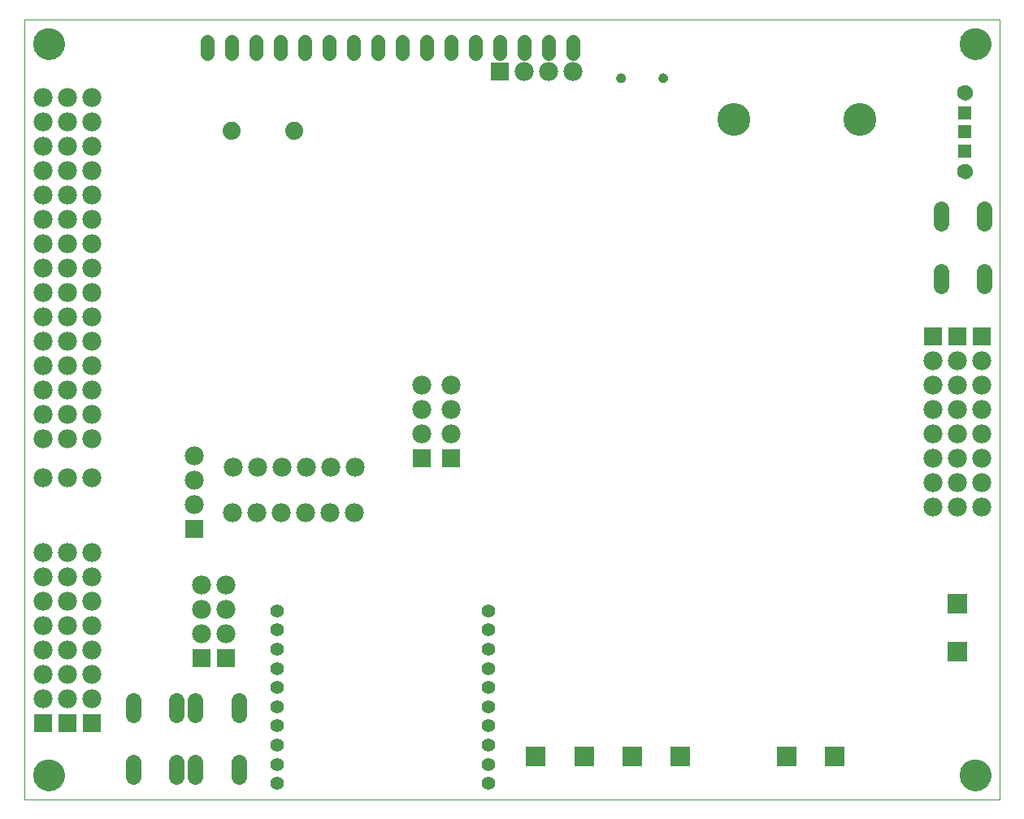
<source format=gbs>
G75*
G70*
%OFA0B0*%
%FSLAX24Y24*%
%IPPOS*%
%LPD*%
%AMOC8*
5,1,8,0,0,1.08239X$1,22.5*
%
%ADD10C,0.0000*%
%ADD11C,0.1290*%
%ADD12C,0.0555*%
%ADD13C,0.0780*%
%ADD14C,0.0640*%
%ADD15C,0.0555*%
%ADD16R,0.0780X0.0780*%
%ADD17C,0.0394*%
%ADD18C,0.1350*%
%ADD19C,0.0740*%
%ADD20R,0.0555X0.0555*%
%ADD21C,0.0631*%
%ADD22R,0.0808X0.0808*%
D10*
X000150Y001360D02*
X000150Y033360D01*
X040150Y033360D01*
X040150Y001360D01*
X000150Y001360D01*
X000525Y002360D02*
X000527Y002410D01*
X000533Y002459D01*
X000543Y002508D01*
X000556Y002555D01*
X000574Y002602D01*
X000595Y002647D01*
X000619Y002690D01*
X000647Y002731D01*
X000678Y002770D01*
X000712Y002806D01*
X000749Y002840D01*
X000789Y002870D01*
X000830Y002897D01*
X000874Y002921D01*
X000919Y002941D01*
X000966Y002957D01*
X001014Y002970D01*
X001063Y002979D01*
X001113Y002984D01*
X001162Y002985D01*
X001212Y002982D01*
X001261Y002975D01*
X001310Y002964D01*
X001357Y002950D01*
X001403Y002931D01*
X001448Y002909D01*
X001491Y002884D01*
X001531Y002855D01*
X001569Y002823D01*
X001605Y002789D01*
X001638Y002751D01*
X001667Y002711D01*
X001693Y002669D01*
X001716Y002625D01*
X001735Y002579D01*
X001751Y002532D01*
X001763Y002483D01*
X001771Y002434D01*
X001775Y002385D01*
X001775Y002335D01*
X001771Y002286D01*
X001763Y002237D01*
X001751Y002188D01*
X001735Y002141D01*
X001716Y002095D01*
X001693Y002051D01*
X001667Y002009D01*
X001638Y001969D01*
X001605Y001931D01*
X001569Y001897D01*
X001531Y001865D01*
X001491Y001836D01*
X001448Y001811D01*
X001403Y001789D01*
X001357Y001770D01*
X001310Y001756D01*
X001261Y001745D01*
X001212Y001738D01*
X001162Y001735D01*
X001113Y001736D01*
X001063Y001741D01*
X001014Y001750D01*
X000966Y001763D01*
X000919Y001779D01*
X000874Y001799D01*
X000830Y001823D01*
X000789Y001850D01*
X000749Y001880D01*
X000712Y001914D01*
X000678Y001950D01*
X000647Y001989D01*
X000619Y002030D01*
X000595Y002073D01*
X000574Y002118D01*
X000556Y002165D01*
X000543Y002212D01*
X000533Y002261D01*
X000527Y002310D01*
X000525Y002360D01*
X024427Y030960D02*
X024429Y030986D01*
X024435Y031012D01*
X024445Y031037D01*
X024458Y031060D01*
X024474Y031080D01*
X024494Y031098D01*
X024516Y031113D01*
X024539Y031125D01*
X024565Y031133D01*
X024591Y031137D01*
X024617Y031137D01*
X024643Y031133D01*
X024669Y031125D01*
X024693Y031113D01*
X024714Y031098D01*
X024734Y031080D01*
X024750Y031060D01*
X024763Y031037D01*
X024773Y031012D01*
X024779Y030986D01*
X024781Y030960D01*
X024779Y030934D01*
X024773Y030908D01*
X024763Y030883D01*
X024750Y030860D01*
X024734Y030840D01*
X024714Y030822D01*
X024692Y030807D01*
X024669Y030795D01*
X024643Y030787D01*
X024617Y030783D01*
X024591Y030783D01*
X024565Y030787D01*
X024539Y030795D01*
X024515Y030807D01*
X024494Y030822D01*
X024474Y030840D01*
X024458Y030860D01*
X024445Y030883D01*
X024435Y030908D01*
X024429Y030934D01*
X024427Y030960D01*
X026159Y030960D02*
X026161Y030986D01*
X026167Y031012D01*
X026177Y031037D01*
X026190Y031060D01*
X026206Y031080D01*
X026226Y031098D01*
X026248Y031113D01*
X026271Y031125D01*
X026297Y031133D01*
X026323Y031137D01*
X026349Y031137D01*
X026375Y031133D01*
X026401Y031125D01*
X026425Y031113D01*
X026446Y031098D01*
X026466Y031080D01*
X026482Y031060D01*
X026495Y031037D01*
X026505Y031012D01*
X026511Y030986D01*
X026513Y030960D01*
X026511Y030934D01*
X026505Y030908D01*
X026495Y030883D01*
X026482Y030860D01*
X026466Y030840D01*
X026446Y030822D01*
X026424Y030807D01*
X026401Y030795D01*
X026375Y030787D01*
X026349Y030783D01*
X026323Y030783D01*
X026297Y030787D01*
X026271Y030795D01*
X026247Y030807D01*
X026226Y030822D01*
X026206Y030840D01*
X026190Y030860D01*
X026177Y030883D01*
X026167Y030908D01*
X026161Y030934D01*
X026159Y030960D01*
X038431Y030364D02*
X038433Y030398D01*
X038439Y030432D01*
X038449Y030465D01*
X038462Y030496D01*
X038480Y030526D01*
X038500Y030554D01*
X038524Y030579D01*
X038550Y030601D01*
X038578Y030619D01*
X038609Y030635D01*
X038641Y030647D01*
X038675Y030655D01*
X038709Y030659D01*
X038743Y030659D01*
X038777Y030655D01*
X038811Y030647D01*
X038843Y030635D01*
X038873Y030619D01*
X038902Y030601D01*
X038928Y030579D01*
X038952Y030554D01*
X038972Y030526D01*
X038990Y030496D01*
X039003Y030465D01*
X039013Y030432D01*
X039019Y030398D01*
X039021Y030364D01*
X039019Y030330D01*
X039013Y030296D01*
X039003Y030263D01*
X038990Y030232D01*
X038972Y030202D01*
X038952Y030174D01*
X038928Y030149D01*
X038902Y030127D01*
X038874Y030109D01*
X038843Y030093D01*
X038811Y030081D01*
X038777Y030073D01*
X038743Y030069D01*
X038709Y030069D01*
X038675Y030073D01*
X038641Y030081D01*
X038609Y030093D01*
X038578Y030109D01*
X038550Y030127D01*
X038524Y030149D01*
X038500Y030174D01*
X038480Y030202D01*
X038462Y030232D01*
X038449Y030263D01*
X038439Y030296D01*
X038433Y030330D01*
X038431Y030364D01*
X038525Y032360D02*
X038527Y032410D01*
X038533Y032459D01*
X038543Y032508D01*
X038556Y032555D01*
X038574Y032602D01*
X038595Y032647D01*
X038619Y032690D01*
X038647Y032731D01*
X038678Y032770D01*
X038712Y032806D01*
X038749Y032840D01*
X038789Y032870D01*
X038830Y032897D01*
X038874Y032921D01*
X038919Y032941D01*
X038966Y032957D01*
X039014Y032970D01*
X039063Y032979D01*
X039113Y032984D01*
X039162Y032985D01*
X039212Y032982D01*
X039261Y032975D01*
X039310Y032964D01*
X039357Y032950D01*
X039403Y032931D01*
X039448Y032909D01*
X039491Y032884D01*
X039531Y032855D01*
X039569Y032823D01*
X039605Y032789D01*
X039638Y032751D01*
X039667Y032711D01*
X039693Y032669D01*
X039716Y032625D01*
X039735Y032579D01*
X039751Y032532D01*
X039763Y032483D01*
X039771Y032434D01*
X039775Y032385D01*
X039775Y032335D01*
X039771Y032286D01*
X039763Y032237D01*
X039751Y032188D01*
X039735Y032141D01*
X039716Y032095D01*
X039693Y032051D01*
X039667Y032009D01*
X039638Y031969D01*
X039605Y031931D01*
X039569Y031897D01*
X039531Y031865D01*
X039491Y031836D01*
X039448Y031811D01*
X039403Y031789D01*
X039357Y031770D01*
X039310Y031756D01*
X039261Y031745D01*
X039212Y031738D01*
X039162Y031735D01*
X039113Y031736D01*
X039063Y031741D01*
X039014Y031750D01*
X038966Y031763D01*
X038919Y031779D01*
X038874Y031799D01*
X038830Y031823D01*
X038789Y031850D01*
X038749Y031880D01*
X038712Y031914D01*
X038678Y031950D01*
X038647Y031989D01*
X038619Y032030D01*
X038595Y032073D01*
X038574Y032118D01*
X038556Y032165D01*
X038543Y032212D01*
X038533Y032261D01*
X038527Y032310D01*
X038525Y032360D01*
X038431Y027135D02*
X038433Y027169D01*
X038439Y027203D01*
X038449Y027236D01*
X038462Y027267D01*
X038480Y027297D01*
X038500Y027325D01*
X038524Y027350D01*
X038550Y027372D01*
X038578Y027390D01*
X038609Y027406D01*
X038641Y027418D01*
X038675Y027426D01*
X038709Y027430D01*
X038743Y027430D01*
X038777Y027426D01*
X038811Y027418D01*
X038843Y027406D01*
X038873Y027390D01*
X038902Y027372D01*
X038928Y027350D01*
X038952Y027325D01*
X038972Y027297D01*
X038990Y027267D01*
X039003Y027236D01*
X039013Y027203D01*
X039019Y027169D01*
X039021Y027135D01*
X039019Y027101D01*
X039013Y027067D01*
X039003Y027034D01*
X038990Y027003D01*
X038972Y026973D01*
X038952Y026945D01*
X038928Y026920D01*
X038902Y026898D01*
X038874Y026880D01*
X038843Y026864D01*
X038811Y026852D01*
X038777Y026844D01*
X038743Y026840D01*
X038709Y026840D01*
X038675Y026844D01*
X038641Y026852D01*
X038609Y026864D01*
X038578Y026880D01*
X038550Y026898D01*
X038524Y026920D01*
X038500Y026945D01*
X038480Y026973D01*
X038462Y027003D01*
X038449Y027034D01*
X038439Y027067D01*
X038433Y027101D01*
X038431Y027135D01*
X038525Y002360D02*
X038527Y002410D01*
X038533Y002459D01*
X038543Y002508D01*
X038556Y002555D01*
X038574Y002602D01*
X038595Y002647D01*
X038619Y002690D01*
X038647Y002731D01*
X038678Y002770D01*
X038712Y002806D01*
X038749Y002840D01*
X038789Y002870D01*
X038830Y002897D01*
X038874Y002921D01*
X038919Y002941D01*
X038966Y002957D01*
X039014Y002970D01*
X039063Y002979D01*
X039113Y002984D01*
X039162Y002985D01*
X039212Y002982D01*
X039261Y002975D01*
X039310Y002964D01*
X039357Y002950D01*
X039403Y002931D01*
X039448Y002909D01*
X039491Y002884D01*
X039531Y002855D01*
X039569Y002823D01*
X039605Y002789D01*
X039638Y002751D01*
X039667Y002711D01*
X039693Y002669D01*
X039716Y002625D01*
X039735Y002579D01*
X039751Y002532D01*
X039763Y002483D01*
X039771Y002434D01*
X039775Y002385D01*
X039775Y002335D01*
X039771Y002286D01*
X039763Y002237D01*
X039751Y002188D01*
X039735Y002141D01*
X039716Y002095D01*
X039693Y002051D01*
X039667Y002009D01*
X039638Y001969D01*
X039605Y001931D01*
X039569Y001897D01*
X039531Y001865D01*
X039491Y001836D01*
X039448Y001811D01*
X039403Y001789D01*
X039357Y001770D01*
X039310Y001756D01*
X039261Y001745D01*
X039212Y001738D01*
X039162Y001735D01*
X039113Y001736D01*
X039063Y001741D01*
X039014Y001750D01*
X038966Y001763D01*
X038919Y001779D01*
X038874Y001799D01*
X038830Y001823D01*
X038789Y001850D01*
X038749Y001880D01*
X038712Y001914D01*
X038678Y001950D01*
X038647Y001989D01*
X038619Y002030D01*
X038595Y002073D01*
X038574Y002118D01*
X038556Y002165D01*
X038543Y002212D01*
X038533Y002261D01*
X038527Y002310D01*
X038525Y002360D01*
X000525Y032360D02*
X000527Y032410D01*
X000533Y032459D01*
X000543Y032508D01*
X000556Y032555D01*
X000574Y032602D01*
X000595Y032647D01*
X000619Y032690D01*
X000647Y032731D01*
X000678Y032770D01*
X000712Y032806D01*
X000749Y032840D01*
X000789Y032870D01*
X000830Y032897D01*
X000874Y032921D01*
X000919Y032941D01*
X000966Y032957D01*
X001014Y032970D01*
X001063Y032979D01*
X001113Y032984D01*
X001162Y032985D01*
X001212Y032982D01*
X001261Y032975D01*
X001310Y032964D01*
X001357Y032950D01*
X001403Y032931D01*
X001448Y032909D01*
X001491Y032884D01*
X001531Y032855D01*
X001569Y032823D01*
X001605Y032789D01*
X001638Y032751D01*
X001667Y032711D01*
X001693Y032669D01*
X001716Y032625D01*
X001735Y032579D01*
X001751Y032532D01*
X001763Y032483D01*
X001771Y032434D01*
X001775Y032385D01*
X001775Y032335D01*
X001771Y032286D01*
X001763Y032237D01*
X001751Y032188D01*
X001735Y032141D01*
X001716Y032095D01*
X001693Y032051D01*
X001667Y032009D01*
X001638Y031969D01*
X001605Y031931D01*
X001569Y031897D01*
X001531Y031865D01*
X001491Y031836D01*
X001448Y031811D01*
X001403Y031789D01*
X001357Y031770D01*
X001310Y031756D01*
X001261Y031745D01*
X001212Y031738D01*
X001162Y031735D01*
X001113Y031736D01*
X001063Y031741D01*
X001014Y031750D01*
X000966Y031763D01*
X000919Y031779D01*
X000874Y031799D01*
X000830Y031823D01*
X000789Y031850D01*
X000749Y031880D01*
X000712Y031914D01*
X000678Y031950D01*
X000647Y031989D01*
X000619Y032030D01*
X000595Y032073D01*
X000574Y032118D01*
X000556Y032165D01*
X000543Y032212D01*
X000533Y032261D01*
X000527Y032310D01*
X000525Y032360D01*
D11*
X001150Y032360D03*
X001150Y002360D03*
X039150Y002360D03*
X039150Y032360D03*
D12*
X019181Y009103D03*
X019181Y008316D03*
X019181Y007528D03*
X019181Y006741D03*
X019181Y005953D03*
X019181Y005166D03*
X019181Y004379D03*
X019181Y003591D03*
X019181Y002804D03*
X019181Y002016D03*
X010519Y002016D03*
X010519Y002804D03*
X010519Y003591D03*
X010519Y004379D03*
X010519Y005166D03*
X010519Y005953D03*
X010519Y006741D03*
X010519Y007528D03*
X010519Y008316D03*
X010519Y009103D03*
D13*
X008420Y009160D03*
X007420Y009160D03*
X007420Y010160D03*
X008420Y010160D03*
X008420Y008160D03*
X007420Y008160D03*
X002900Y008500D03*
X002900Y009500D03*
X002900Y010500D03*
X002900Y011500D03*
X001900Y011500D03*
X000900Y011500D03*
X000900Y010500D03*
X001900Y010500D03*
X001900Y009500D03*
X000900Y009500D03*
X000900Y008500D03*
X001900Y008500D03*
X001900Y007500D03*
X000900Y007500D03*
X000900Y006500D03*
X001900Y006500D03*
X002900Y006500D03*
X002900Y007500D03*
X002900Y005500D03*
X001900Y005500D03*
X000900Y005500D03*
X008670Y013120D03*
X009670Y013120D03*
X010670Y013120D03*
X011670Y013120D03*
X012670Y013120D03*
X013670Y013120D03*
X013700Y014980D03*
X012700Y014980D03*
X011700Y014980D03*
X010700Y014980D03*
X009700Y014980D03*
X008700Y014980D03*
X007100Y015470D03*
X007100Y014470D03*
X007100Y013470D03*
X002900Y014560D03*
X001900Y014560D03*
X000900Y014560D03*
X000900Y016160D03*
X001900Y016160D03*
X001900Y017160D03*
X000900Y017160D03*
X000900Y018160D03*
X001900Y018160D03*
X001900Y019160D03*
X000900Y019160D03*
X000900Y020160D03*
X001900Y020160D03*
X001900Y021160D03*
X001900Y022160D03*
X000900Y022160D03*
X000900Y021160D03*
X000900Y023160D03*
X001900Y023160D03*
X001900Y024160D03*
X000900Y024160D03*
X000900Y025160D03*
X001900Y025160D03*
X001900Y026160D03*
X000900Y026160D03*
X000900Y027160D03*
X001900Y027160D03*
X001900Y028160D03*
X000900Y028160D03*
X000900Y029160D03*
X001900Y029160D03*
X001900Y030160D03*
X000900Y030160D03*
X002900Y030160D03*
X002900Y029160D03*
X002900Y028160D03*
X002900Y027160D03*
X002900Y026160D03*
X002900Y025160D03*
X002900Y024160D03*
X002900Y023160D03*
X002900Y022160D03*
X002900Y021160D03*
X002900Y020160D03*
X002900Y019160D03*
X002900Y018160D03*
X002900Y017160D03*
X002900Y016160D03*
X016450Y016360D03*
X016450Y017360D03*
X016450Y018360D03*
X017650Y018360D03*
X017650Y017360D03*
X017650Y016360D03*
X020650Y031210D03*
X021650Y031210D03*
X022650Y031210D03*
X037400Y019360D03*
X038400Y019360D03*
X039400Y019360D03*
X039400Y018360D03*
X038400Y018360D03*
X037400Y018360D03*
X037400Y017360D03*
X038400Y017360D03*
X039400Y017360D03*
X039400Y016360D03*
X038400Y016360D03*
X037400Y016360D03*
X037400Y015360D03*
X038400Y015360D03*
X039400Y015360D03*
X039400Y014360D03*
X038400Y014360D03*
X037400Y014360D03*
X037400Y013360D03*
X038400Y013360D03*
X039400Y013360D03*
D14*
X039530Y022430D02*
X039530Y023030D01*
X037750Y023030D02*
X037750Y022430D01*
X037750Y024990D02*
X037750Y025590D01*
X039530Y025590D02*
X039530Y024990D01*
X008940Y005440D02*
X008940Y004840D01*
X007160Y004840D02*
X007160Y005440D01*
X006390Y005440D02*
X006390Y004840D01*
X004610Y004840D02*
X004610Y005440D01*
X004610Y002880D02*
X004610Y002280D01*
X006390Y002280D02*
X006390Y002880D01*
X007160Y002880D02*
X007160Y002280D01*
X008940Y002280D02*
X008940Y002880D01*
D15*
X008650Y031952D02*
X008650Y032467D01*
X009650Y032467D02*
X009650Y031952D01*
X010650Y031952D02*
X010650Y032467D01*
X011650Y032467D02*
X011650Y031952D01*
X012650Y031952D02*
X012650Y032467D01*
X013650Y032467D02*
X013650Y031952D01*
X014650Y031952D02*
X014650Y032467D01*
X015650Y032467D02*
X015650Y031952D01*
X016650Y031952D02*
X016650Y032467D01*
X017650Y032467D02*
X017650Y031952D01*
X018650Y031952D02*
X018650Y032467D01*
X019650Y032467D02*
X019650Y031952D01*
X020650Y031952D02*
X020650Y032467D01*
X021650Y032467D02*
X021650Y031952D01*
X022650Y031952D02*
X022650Y032467D01*
X007650Y032467D02*
X007650Y031952D01*
D16*
X019650Y031210D03*
X037400Y020360D03*
X038400Y020360D03*
X039400Y020360D03*
X017650Y015360D03*
X016450Y015360D03*
X007100Y012470D03*
X007420Y007160D03*
X008420Y007160D03*
X002900Y004500D03*
X001900Y004500D03*
X000900Y004500D03*
D17*
X024604Y030960D03*
X026336Y030960D03*
D18*
X029245Y029260D03*
X034415Y029260D03*
D19*
X011210Y028800D03*
X008650Y028800D03*
D20*
X038710Y028750D03*
X038710Y029537D03*
X038710Y027962D03*
D21*
X038726Y027135D03*
X038726Y030364D03*
D22*
X038410Y009390D03*
X038410Y007421D03*
X033370Y003140D03*
X031401Y003140D03*
X027040Y003140D03*
X025071Y003140D03*
X023100Y003140D03*
X021131Y003140D03*
M02*

</source>
